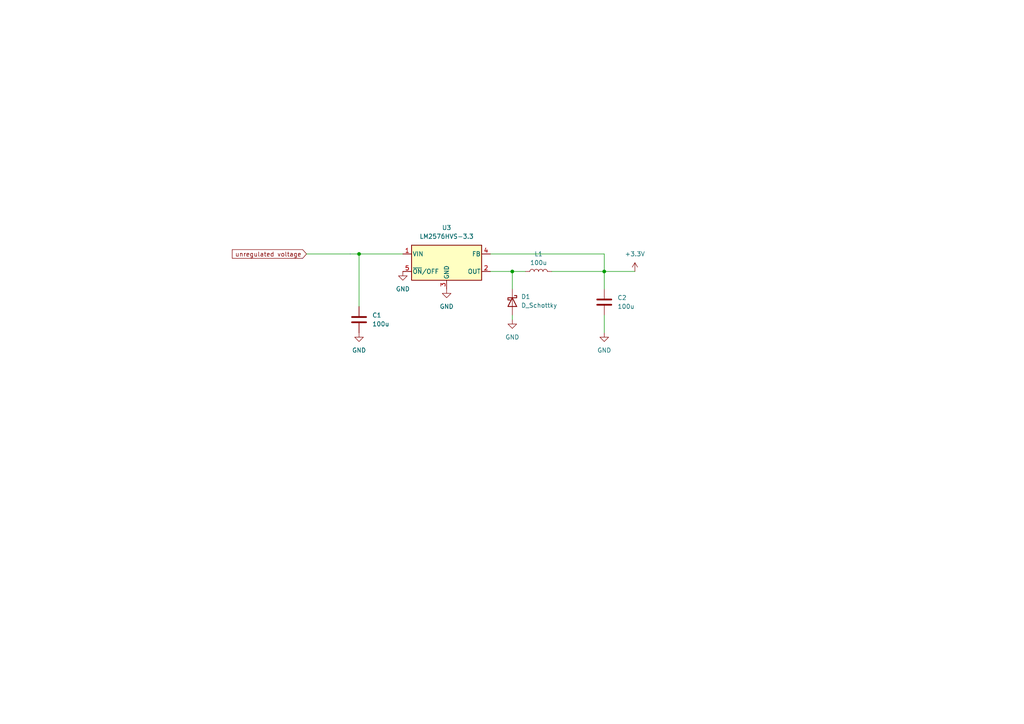
<source format=kicad_sch>
(kicad_sch (version 20230121) (generator eeschema)

  (uuid 27cb0b4c-07a9-44b2-ab0f-73cd85f8446c)

  (paper "A4")

  (lib_symbols
    (symbol "Device:C" (pin_numbers hide) (pin_names (offset 0.254)) (in_bom yes) (on_board yes)
      (property "Reference" "C" (at 0.635 2.54 0)
        (effects (font (size 1.27 1.27)) (justify left))
      )
      (property "Value" "C" (at 0.635 -2.54 0)
        (effects (font (size 1.27 1.27)) (justify left))
      )
      (property "Footprint" "" (at 0.9652 -3.81 0)
        (effects (font (size 1.27 1.27)) hide)
      )
      (property "Datasheet" "~" (at 0 0 0)
        (effects (font (size 1.27 1.27)) hide)
      )
      (property "ki_keywords" "cap capacitor" (at 0 0 0)
        (effects (font (size 1.27 1.27)) hide)
      )
      (property "ki_description" "Unpolarized capacitor" (at 0 0 0)
        (effects (font (size 1.27 1.27)) hide)
      )
      (property "ki_fp_filters" "C_*" (at 0 0 0)
        (effects (font (size 1.27 1.27)) hide)
      )
      (symbol "C_0_1"
        (polyline
          (pts
            (xy -2.032 -0.762)
            (xy 2.032 -0.762)
          )
          (stroke (width 0.508) (type default))
          (fill (type none))
        )
        (polyline
          (pts
            (xy -2.032 0.762)
            (xy 2.032 0.762)
          )
          (stroke (width 0.508) (type default))
          (fill (type none))
        )
      )
      (symbol "C_1_1"
        (pin passive line (at 0 3.81 270) (length 2.794)
          (name "~" (effects (font (size 1.27 1.27))))
          (number "1" (effects (font (size 1.27 1.27))))
        )
        (pin passive line (at 0 -3.81 90) (length 2.794)
          (name "~" (effects (font (size 1.27 1.27))))
          (number "2" (effects (font (size 1.27 1.27))))
        )
      )
    )
    (symbol "Device:D_Schottky" (pin_numbers hide) (pin_names (offset 1.016) hide) (in_bom yes) (on_board yes)
      (property "Reference" "D" (at 0 2.54 0)
        (effects (font (size 1.27 1.27)))
      )
      (property "Value" "D_Schottky" (at 0 -2.54 0)
        (effects (font (size 1.27 1.27)))
      )
      (property "Footprint" "" (at 0 0 0)
        (effects (font (size 1.27 1.27)) hide)
      )
      (property "Datasheet" "~" (at 0 0 0)
        (effects (font (size 1.27 1.27)) hide)
      )
      (property "ki_keywords" "diode Schottky" (at 0 0 0)
        (effects (font (size 1.27 1.27)) hide)
      )
      (property "ki_description" "Schottky diode" (at 0 0 0)
        (effects (font (size 1.27 1.27)) hide)
      )
      (property "ki_fp_filters" "TO-???* *_Diode_* *SingleDiode* D_*" (at 0 0 0)
        (effects (font (size 1.27 1.27)) hide)
      )
      (symbol "D_Schottky_0_1"
        (polyline
          (pts
            (xy 1.27 0)
            (xy -1.27 0)
          )
          (stroke (width 0) (type default))
          (fill (type none))
        )
        (polyline
          (pts
            (xy 1.27 1.27)
            (xy 1.27 -1.27)
            (xy -1.27 0)
            (xy 1.27 1.27)
          )
          (stroke (width 0.254) (type default))
          (fill (type none))
        )
        (polyline
          (pts
            (xy -1.905 0.635)
            (xy -1.905 1.27)
            (xy -1.27 1.27)
            (xy -1.27 -1.27)
            (xy -0.635 -1.27)
            (xy -0.635 -0.635)
          )
          (stroke (width 0.254) (type default))
          (fill (type none))
        )
      )
      (symbol "D_Schottky_1_1"
        (pin passive line (at -3.81 0 0) (length 2.54)
          (name "K" (effects (font (size 1.27 1.27))))
          (number "1" (effects (font (size 1.27 1.27))))
        )
        (pin passive line (at 3.81 0 180) (length 2.54)
          (name "A" (effects (font (size 1.27 1.27))))
          (number "2" (effects (font (size 1.27 1.27))))
        )
      )
    )
    (symbol "Device:L" (pin_numbers hide) (pin_names (offset 1.016) hide) (in_bom yes) (on_board yes)
      (property "Reference" "L" (at -1.27 0 90)
        (effects (font (size 1.27 1.27)))
      )
      (property "Value" "L" (at 1.905 0 90)
        (effects (font (size 1.27 1.27)))
      )
      (property "Footprint" "" (at 0 0 0)
        (effects (font (size 1.27 1.27)) hide)
      )
      (property "Datasheet" "~" (at 0 0 0)
        (effects (font (size 1.27 1.27)) hide)
      )
      (property "ki_keywords" "inductor choke coil reactor magnetic" (at 0 0 0)
        (effects (font (size 1.27 1.27)) hide)
      )
      (property "ki_description" "Inductor" (at 0 0 0)
        (effects (font (size 1.27 1.27)) hide)
      )
      (property "ki_fp_filters" "Choke_* *Coil* Inductor_* L_*" (at 0 0 0)
        (effects (font (size 1.27 1.27)) hide)
      )
      (symbol "L_0_1"
        (arc (start 0 -2.54) (mid 0.6323 -1.905) (end 0 -1.27)
          (stroke (width 0) (type default))
          (fill (type none))
        )
        (arc (start 0 -1.27) (mid 0.6323 -0.635) (end 0 0)
          (stroke (width 0) (type default))
          (fill (type none))
        )
        (arc (start 0 0) (mid 0.6323 0.635) (end 0 1.27)
          (stroke (width 0) (type default))
          (fill (type none))
        )
        (arc (start 0 1.27) (mid 0.6323 1.905) (end 0 2.54)
          (stroke (width 0) (type default))
          (fill (type none))
        )
      )
      (symbol "L_1_1"
        (pin passive line (at 0 3.81 270) (length 1.27)
          (name "1" (effects (font (size 1.27 1.27))))
          (number "1" (effects (font (size 1.27 1.27))))
        )
        (pin passive line (at 0 -3.81 90) (length 1.27)
          (name "2" (effects (font (size 1.27 1.27))))
          (number "2" (effects (font (size 1.27 1.27))))
        )
      )
    )
    (symbol "Regulator_Switching:LM2576HVS-3.3" (pin_names (offset 0.254)) (in_bom yes) (on_board yes)
      (property "Reference" "U" (at -10.16 6.35 0)
        (effects (font (size 1.27 1.27)) (justify left))
      )
      (property "Value" "LM2576HVS-3.3" (at 0 6.35 0)
        (effects (font (size 1.27 1.27)) (justify left))
      )
      (property "Footprint" "Package_TO_SOT_SMD:TO-263-5_TabPin3" (at 0 -6.35 0)
        (effects (font (size 1.27 1.27) italic) (justify left) hide)
      )
      (property "Datasheet" "http://www.ti.com/lit/ds/symlink/lm2576.pdf" (at 0 0 0)
        (effects (font (size 1.27 1.27)) hide)
      )
      (property "ki_keywords" "Step-Down Voltage Regulator 3.3V 3A High Voltage" (at 0 0 0)
        (effects (font (size 1.27 1.27)) hide)
      )
      (property "ki_description" "3.3V, 3A, SIMPLE SWITCHER® Step-Down Voltage Regulator, High Voltage Input, TO-263" (at 0 0 0)
        (effects (font (size 1.27 1.27)) hide)
      )
      (property "ki_fp_filters" "TO?263*" (at 0 0 0)
        (effects (font (size 1.27 1.27)) hide)
      )
      (symbol "LM2576HVS-3.3_0_1"
        (rectangle (start -10.16 5.08) (end 10.16 -5.08)
          (stroke (width 0.254) (type default))
          (fill (type background))
        )
      )
      (symbol "LM2576HVS-3.3_1_1"
        (pin power_in line (at -12.7 2.54 0) (length 2.54)
          (name "VIN" (effects (font (size 1.27 1.27))))
          (number "1" (effects (font (size 1.27 1.27))))
        )
        (pin output line (at 12.7 -2.54 180) (length 2.54)
          (name "OUT" (effects (font (size 1.27 1.27))))
          (number "2" (effects (font (size 1.27 1.27))))
        )
        (pin power_in line (at 0 -7.62 90) (length 2.54)
          (name "GND" (effects (font (size 1.27 1.27))))
          (number "3" (effects (font (size 1.27 1.27))))
        )
        (pin input line (at 12.7 2.54 180) (length 2.54)
          (name "FB" (effects (font (size 1.27 1.27))))
          (number "4" (effects (font (size 1.27 1.27))))
        )
        (pin input line (at -12.7 -2.54 0) (length 2.54)
          (name "~{ON}/OFF" (effects (font (size 1.27 1.27))))
          (number "5" (effects (font (size 1.27 1.27))))
        )
      )
    )
    (symbol "power:+3.3V" (power) (pin_names (offset 0)) (in_bom yes) (on_board yes)
      (property "Reference" "#PWR" (at 0 -3.81 0)
        (effects (font (size 1.27 1.27)) hide)
      )
      (property "Value" "+3.3V" (at 0 3.556 0)
        (effects (font (size 1.27 1.27)))
      )
      (property "Footprint" "" (at 0 0 0)
        (effects (font (size 1.27 1.27)) hide)
      )
      (property "Datasheet" "" (at 0 0 0)
        (effects (font (size 1.27 1.27)) hide)
      )
      (property "ki_keywords" "global power" (at 0 0 0)
        (effects (font (size 1.27 1.27)) hide)
      )
      (property "ki_description" "Power symbol creates a global label with name \"+3.3V\"" (at 0 0 0)
        (effects (font (size 1.27 1.27)) hide)
      )
      (symbol "+3.3V_0_1"
        (polyline
          (pts
            (xy -0.762 1.27)
            (xy 0 2.54)
          )
          (stroke (width 0) (type default))
          (fill (type none))
        )
        (polyline
          (pts
            (xy 0 0)
            (xy 0 2.54)
          )
          (stroke (width 0) (type default))
          (fill (type none))
        )
        (polyline
          (pts
            (xy 0 2.54)
            (xy 0.762 1.27)
          )
          (stroke (width 0) (type default))
          (fill (type none))
        )
      )
      (symbol "+3.3V_1_1"
        (pin power_in line (at 0 0 90) (length 0) hide
          (name "+3.3V" (effects (font (size 1.27 1.27))))
          (number "1" (effects (font (size 1.27 1.27))))
        )
      )
    )
    (symbol "power:GND" (power) (pin_names (offset 0)) (in_bom yes) (on_board yes)
      (property "Reference" "#PWR" (at 0 -6.35 0)
        (effects (font (size 1.27 1.27)) hide)
      )
      (property "Value" "GND" (at 0 -3.81 0)
        (effects (font (size 1.27 1.27)))
      )
      (property "Footprint" "" (at 0 0 0)
        (effects (font (size 1.27 1.27)) hide)
      )
      (property "Datasheet" "" (at 0 0 0)
        (effects (font (size 1.27 1.27)) hide)
      )
      (property "ki_keywords" "global power" (at 0 0 0)
        (effects (font (size 1.27 1.27)) hide)
      )
      (property "ki_description" "Power symbol creates a global label with name \"GND\" , ground" (at 0 0 0)
        (effects (font (size 1.27 1.27)) hide)
      )
      (symbol "GND_0_1"
        (polyline
          (pts
            (xy 0 0)
            (xy 0 -1.27)
            (xy 1.27 -1.27)
            (xy 0 -2.54)
            (xy -1.27 -1.27)
            (xy 0 -1.27)
          )
          (stroke (width 0) (type default))
          (fill (type none))
        )
      )
      (symbol "GND_1_1"
        (pin power_in line (at 0 0 270) (length 0) hide
          (name "GND" (effects (font (size 1.27 1.27))))
          (number "1" (effects (font (size 1.27 1.27))))
        )
      )
    )
  )

  (junction (at 104.14 73.66) (diameter 0) (color 0 0 0 0)
    (uuid 9dc7fc27-e60e-4465-adda-ac633f6e75af)
  )
  (junction (at 175.26 78.74) (diameter 0) (color 0 0 0 0)
    (uuid d6c59559-52ab-4b48-a9a7-9f54e88aaae7)
  )
  (junction (at 148.59 78.74) (diameter 0) (color 0 0 0 0)
    (uuid eb9f4131-a1a1-4733-aae8-8d4acabcdd55)
  )

  (wire (pts (xy 148.59 91.44) (xy 148.59 92.71))
    (stroke (width 0) (type default))
    (uuid 0c4a2c65-c7ff-4972-bdd3-de6c926a30d4)
  )
  (wire (pts (xy 175.26 78.74) (xy 184.15 78.74))
    (stroke (width 0) (type default))
    (uuid 1798ccbf-b80f-4d25-8fbd-1a0cf367a962)
  )
  (wire (pts (xy 88.9 73.66) (xy 104.14 73.66))
    (stroke (width 0) (type default))
    (uuid 34d63aa6-c155-4fe8-a909-3e5d91b45d57)
  )
  (wire (pts (xy 148.59 78.74) (xy 148.59 83.82))
    (stroke (width 0) (type default))
    (uuid 34d851a6-342d-49dc-93bf-46288c109d2f)
  )
  (wire (pts (xy 175.26 91.44) (xy 175.26 96.52))
    (stroke (width 0) (type default))
    (uuid 397a4032-3a45-4890-9500-19ae9faee81e)
  )
  (wire (pts (xy 160.02 78.74) (xy 175.26 78.74))
    (stroke (width 0) (type default))
    (uuid 40fe2111-04b5-4c46-bf90-86d3a0ebaddd)
  )
  (wire (pts (xy 148.59 78.74) (xy 152.4 78.74))
    (stroke (width 0) (type default))
    (uuid 66562a26-853f-4eb6-9356-dfec92b03f53)
  )
  (wire (pts (xy 116.84 73.66) (xy 104.14 73.66))
    (stroke (width 0) (type default))
    (uuid 8c230ffd-760e-4141-af79-286faa9dd11d)
  )
  (wire (pts (xy 142.24 73.66) (xy 175.26 73.66))
    (stroke (width 0) (type default))
    (uuid 9c742f45-2b86-4cd2-ac00-5f5556690f37)
  )
  (wire (pts (xy 142.24 78.74) (xy 148.59 78.74))
    (stroke (width 0) (type default))
    (uuid a2e18ef7-df15-49a8-b74e-f5e2509ac88b)
  )
  (wire (pts (xy 104.14 73.66) (xy 104.14 88.9))
    (stroke (width 0) (type default))
    (uuid b9bf41eb-5df6-4042-bc9b-4389fc98f496)
  )
  (wire (pts (xy 175.26 73.66) (xy 175.26 78.74))
    (stroke (width 0) (type default))
    (uuid c2bfe1f8-464b-4347-a78e-20de47851061)
  )
  (wire (pts (xy 175.26 78.74) (xy 175.26 83.82))
    (stroke (width 0) (type default))
    (uuid fc7ed460-1749-4168-b4fc-2c4001af7e76)
  )

  (rectangle (start 101.6 73.66) (end 101.6 73.66)
    (stroke (width 0) (type default))
    (fill (type none))
    (uuid 6e86769c-59c9-4a97-93cb-ecb0650e5a28)
  )
  (rectangle (start 87.63 74.93) (end 87.63 74.93)
    (stroke (width 0) (type default))
    (fill (type none))
    (uuid bb66233b-2200-4ef5-8ae4-16e4e19ec7f6)
  )

  (global_label "unregulated voltage" (shape input) (at 88.9 73.66 180) (fields_autoplaced)
    (effects (font (size 1.27 1.27)) (justify right))
    (uuid 5299212a-4f06-4638-972e-2b41c0391c86)
    (property "Intersheetrefs" "${INTERSHEET_REFS}" (at 66.8048 73.66 0)
      (effects (font (size 1.27 1.27)) (justify right) hide)
    )
  )

  (symbol (lib_id "power:GND") (at 148.59 92.71 0) (unit 1)
    (in_bom yes) (on_board yes) (dnp no) (fields_autoplaced)
    (uuid 38c73efd-3384-427a-931c-2755a0e9ab5e)
    (property "Reference" "#PWR04" (at 148.59 99.06 0)
      (effects (font (size 1.27 1.27)) hide)
    )
    (property "Value" "GND" (at 148.59 97.79 0)
      (effects (font (size 1.27 1.27)))
    )
    (property "Footprint" "" (at 148.59 92.71 0)
      (effects (font (size 1.27 1.27)) hide)
    )
    (property "Datasheet" "" (at 148.59 92.71 0)
      (effects (font (size 1.27 1.27)) hide)
    )
    (pin "1" (uuid 0a40e8a7-b45a-44f3-a213-caf3f4cd0362))
    (instances
      (project "circuit-design-project"
        (path "/5edc11a2-8836-4620-96d3-084a4c3d792c"
          (reference "#PWR04") (unit 1)
        )
        (path "/5edc11a2-8836-4620-96d3-084a4c3d792c/13ee363c-eff5-4ae4-8f06-2d9a773c6347"
          (reference "#PWR047") (unit 1)
        )
      )
    )
  )

  (symbol (lib_id "Device:C") (at 104.14 92.71 0) (unit 1)
    (in_bom yes) (on_board yes) (dnp no) (fields_autoplaced)
    (uuid 5a2bef74-8356-4765-a062-aa8f33ad90dc)
    (property "Reference" "C1" (at 107.95 91.44 0)
      (effects (font (size 1.27 1.27)) (justify left))
    )
    (property "Value" "100u" (at 107.95 93.98 0)
      (effects (font (size 1.27 1.27)) (justify left))
    )
    (property "Footprint" "" (at 105.1052 96.52 0)
      (effects (font (size 1.27 1.27)) hide)
    )
    (property "Datasheet" "~" (at 104.14 92.71 0)
      (effects (font (size 1.27 1.27)) hide)
    )
    (pin "1" (uuid 09f1befe-664f-4118-ba0b-aca379405246))
    (pin "2" (uuid eefa0cd7-18df-4ef2-8a27-471398da83f3))
    (instances
      (project "circuit-design-project"
        (path "/5edc11a2-8836-4620-96d3-084a4c3d792c"
          (reference "C1") (unit 1)
        )
        (path "/5edc11a2-8836-4620-96d3-084a4c3d792c/13ee363c-eff5-4ae4-8f06-2d9a773c6347"
          (reference "C27") (unit 1)
        )
      )
    )
  )

  (symbol (lib_id "power:GND") (at 116.84 78.74 0) (unit 1)
    (in_bom yes) (on_board yes) (dnp no) (fields_autoplaced)
    (uuid 7940a3b3-163f-412f-88a0-c2eb3f73affa)
    (property "Reference" "#PWR02" (at 116.84 85.09 0)
      (effects (font (size 1.27 1.27)) hide)
    )
    (property "Value" "GND" (at 116.84 83.82 0)
      (effects (font (size 1.27 1.27)))
    )
    (property "Footprint" "" (at 116.84 78.74 0)
      (effects (font (size 1.27 1.27)) hide)
    )
    (property "Datasheet" "" (at 116.84 78.74 0)
      (effects (font (size 1.27 1.27)) hide)
    )
    (pin "1" (uuid 34be6492-1e0a-4729-bce2-4d5053f7862d))
    (instances
      (project "circuit-design-project"
        (path "/5edc11a2-8836-4620-96d3-084a4c3d792c"
          (reference "#PWR02") (unit 1)
        )
        (path "/5edc11a2-8836-4620-96d3-084a4c3d792c/13ee363c-eff5-4ae4-8f06-2d9a773c6347"
          (reference "#PWR045") (unit 1)
        )
      )
    )
  )

  (symbol (lib_id "power:+3.3V") (at 184.15 78.74 0) (unit 1)
    (in_bom yes) (on_board yes) (dnp no) (fields_autoplaced)
    (uuid 7d360443-b099-48cb-8508-65980ff188e9)
    (property "Reference" "#PWR057" (at 184.15 82.55 0)
      (effects (font (size 1.27 1.27)) hide)
    )
    (property "Value" "+3.3V" (at 184.15 73.66 0)
      (effects (font (size 1.27 1.27)))
    )
    (property "Footprint" "" (at 184.15 78.74 0)
      (effects (font (size 1.27 1.27)) hide)
    )
    (property "Datasheet" "" (at 184.15 78.74 0)
      (effects (font (size 1.27 1.27)) hide)
    )
    (pin "1" (uuid 5b31ce00-e7ab-4995-b9bd-bb871d1d2a5b))
    (instances
      (project "circuit-design-project"
        (path "/5edc11a2-8836-4620-96d3-084a4c3d792c/b7d01e90-2a10-446a-806b-ec4e10b7deac"
          (reference "#PWR057") (unit 1)
        )
        (path "/5edc11a2-8836-4620-96d3-084a4c3d792c/13ee363c-eff5-4ae4-8f06-2d9a773c6347"
          (reference "#PWR059") (unit 1)
        )
      )
    )
  )

  (symbol (lib_id "power:GND") (at 129.54 83.82 0) (unit 1)
    (in_bom yes) (on_board yes) (dnp no) (fields_autoplaced)
    (uuid afae86f2-ec6f-4054-979e-5847e5594a38)
    (property "Reference" "#PWR01" (at 129.54 90.17 0)
      (effects (font (size 1.27 1.27)) hide)
    )
    (property "Value" "GND" (at 129.54 88.9 0)
      (effects (font (size 1.27 1.27)))
    )
    (property "Footprint" "" (at 129.54 83.82 0)
      (effects (font (size 1.27 1.27)) hide)
    )
    (property "Datasheet" "" (at 129.54 83.82 0)
      (effects (font (size 1.27 1.27)) hide)
    )
    (pin "1" (uuid e333cc36-3237-4626-9b9c-f248884e990e))
    (instances
      (project "circuit-design-project"
        (path "/5edc11a2-8836-4620-96d3-084a4c3d792c"
          (reference "#PWR01") (unit 1)
        )
        (path "/5edc11a2-8836-4620-96d3-084a4c3d792c/13ee363c-eff5-4ae4-8f06-2d9a773c6347"
          (reference "#PWR046") (unit 1)
        )
      )
    )
  )

  (symbol (lib_id "power:GND") (at 175.26 96.52 0) (unit 1)
    (in_bom yes) (on_board yes) (dnp no) (fields_autoplaced)
    (uuid b1453b3b-a642-4323-9b14-bd3db3efb00a)
    (property "Reference" "#PWR05" (at 175.26 102.87 0)
      (effects (font (size 1.27 1.27)) hide)
    )
    (property "Value" "GND" (at 175.26 101.6 0)
      (effects (font (size 1.27 1.27)))
    )
    (property "Footprint" "" (at 175.26 96.52 0)
      (effects (font (size 1.27 1.27)) hide)
    )
    (property "Datasheet" "" (at 175.26 96.52 0)
      (effects (font (size 1.27 1.27)) hide)
    )
    (pin "1" (uuid 89312e22-d4da-4b02-8938-5059d1f6438e))
    (instances
      (project "circuit-design-project"
        (path "/5edc11a2-8836-4620-96d3-084a4c3d792c"
          (reference "#PWR05") (unit 1)
        )
        (path "/5edc11a2-8836-4620-96d3-084a4c3d792c/13ee363c-eff5-4ae4-8f06-2d9a773c6347"
          (reference "#PWR048") (unit 1)
        )
      )
    )
  )

  (symbol (lib_id "Device:C") (at 175.26 87.63 0) (unit 1)
    (in_bom yes) (on_board yes) (dnp no) (fields_autoplaced)
    (uuid beba0cea-3ee2-4097-bff9-72b540724491)
    (property "Reference" "C2" (at 179.07 86.36 0)
      (effects (font (size 1.27 1.27)) (justify left))
    )
    (property "Value" "100u" (at 179.07 88.9 0)
      (effects (font (size 1.27 1.27)) (justify left))
    )
    (property "Footprint" "" (at 176.2252 91.44 0)
      (effects (font (size 1.27 1.27)) hide)
    )
    (property "Datasheet" "~" (at 175.26 87.63 0)
      (effects (font (size 1.27 1.27)) hide)
    )
    (pin "2" (uuid 0b5c12c9-af07-42d7-96b4-35a6c82d0be5))
    (pin "1" (uuid dbbd4e40-6556-46e4-8290-3ec31d39416c))
    (instances
      (project "circuit-design-project"
        (path "/5edc11a2-8836-4620-96d3-084a4c3d792c"
          (reference "C2") (unit 1)
        )
        (path "/5edc11a2-8836-4620-96d3-084a4c3d792c/13ee363c-eff5-4ae4-8f06-2d9a773c6347"
          (reference "C28") (unit 1)
        )
      )
    )
  )

  (symbol (lib_id "Device:D_Schottky") (at 148.59 87.63 270) (unit 1)
    (in_bom yes) (on_board yes) (dnp no) (fields_autoplaced)
    (uuid df028b42-b05f-40a3-8d68-30572040766f)
    (property "Reference" "D1" (at 151.13 86.0425 90)
      (effects (font (size 1.27 1.27)) (justify left))
    )
    (property "Value" "D_Schottky" (at 151.13 88.5825 90)
      (effects (font (size 1.27 1.27)) (justify left))
    )
    (property "Footprint" "" (at 148.59 87.63 0)
      (effects (font (size 1.27 1.27)) hide)
    )
    (property "Datasheet" "~" (at 148.59 87.63 0)
      (effects (font (size 1.27 1.27)) hide)
    )
    (pin "2" (uuid 6e959c79-de25-4914-bedf-b40640ae778b))
    (pin "1" (uuid c9c9dc3e-a9b7-47c7-9a57-6eabd146a597))
    (instances
      (project "circuit-design-project"
        (path "/5edc11a2-8836-4620-96d3-084a4c3d792c"
          (reference "D1") (unit 1)
        )
        (path "/5edc11a2-8836-4620-96d3-084a4c3d792c/13ee363c-eff5-4ae4-8f06-2d9a773c6347"
          (reference "D2") (unit 1)
        )
      )
    )
  )

  (symbol (lib_id "Regulator_Switching:LM2576HVS-3.3") (at 129.54 76.2 0) (unit 1)
    (in_bom yes) (on_board yes) (dnp no) (fields_autoplaced)
    (uuid fc483be1-f715-4ee4-9441-d9313fe15204)
    (property "Reference" "U3" (at 129.54 66.04 0)
      (effects (font (size 1.27 1.27)))
    )
    (property "Value" "LM2576HVS-3.3" (at 129.54 68.58 0)
      (effects (font (size 1.27 1.27)))
    )
    (property "Footprint" "Package_TO_SOT_SMD:TO-263-5_TabPin3" (at 129.54 82.55 0)
      (effects (font (size 1.27 1.27) italic) (justify left) hide)
    )
    (property "Datasheet" "http://www.ti.com/lit/ds/symlink/lm2576.pdf" (at 129.54 76.2 0)
      (effects (font (size 1.27 1.27)) hide)
    )
    (pin "5" (uuid 52097f90-6f47-4ab8-bd52-b9c764e5db79))
    (pin "4" (uuid 92489752-cb6e-4e21-a360-ced7bdb776f7))
    (pin "3" (uuid 6bbd7b54-df6a-4119-8712-ba35c86dbbde))
    (pin "1" (uuid c6a023b3-9d6b-4a3b-baa2-6ce19c8c6811))
    (pin "2" (uuid 2d4dbeb3-84fc-48af-9945-635469cfeab6))
    (instances
      (project "circuit-design-project"
        (path "/5edc11a2-8836-4620-96d3-084a4c3d792c"
          (reference "U3") (unit 1)
        )
        (path "/5edc11a2-8836-4620-96d3-084a4c3d792c/13ee363c-eff5-4ae4-8f06-2d9a773c6347"
          (reference "U12") (unit 1)
        )
      )
    )
  )

  (symbol (lib_id "Device:L") (at 156.21 78.74 90) (unit 1)
    (in_bom yes) (on_board yes) (dnp no) (fields_autoplaced)
    (uuid fe1103bc-610c-44b5-8290-5d323c94e370)
    (property "Reference" "L1" (at 156.21 73.66 90)
      (effects (font (size 1.27 1.27)))
    )
    (property "Value" "100u" (at 156.21 76.2 90)
      (effects (font (size 1.27 1.27)))
    )
    (property "Footprint" "" (at 156.21 78.74 0)
      (effects (font (size 1.27 1.27)) hide)
    )
    (property "Datasheet" "~" (at 156.21 78.74 0)
      (effects (font (size 1.27 1.27)) hide)
    )
    (pin "1" (uuid f6eca215-570b-48e6-9167-6f1fd4f3f141))
    (pin "2" (uuid a1ac0ccd-22dc-49e1-95e3-250c47dec7a9))
    (instances
      (project "circuit-design-project"
        (path "/5edc11a2-8836-4620-96d3-084a4c3d792c"
          (reference "L1") (unit 1)
        )
        (path "/5edc11a2-8836-4620-96d3-084a4c3d792c/13ee363c-eff5-4ae4-8f06-2d9a773c6347"
          (reference "L8") (unit 1)
        )
      )
    )
  )

  (symbol (lib_id "power:GND") (at 104.14 96.52 0) (unit 1)
    (in_bom yes) (on_board yes) (dnp no) (fields_autoplaced)
    (uuid ff9136c0-aab5-4a65-8d99-96bec3d0ca58)
    (property "Reference" "#PWR03" (at 104.14 102.87 0)
      (effects (font (size 1.27 1.27)) hide)
    )
    (property "Value" "GND" (at 104.14 101.6 0)
      (effects (font (size 1.27 1.27)))
    )
    (property "Footprint" "" (at 104.14 96.52 0)
      (effects (font (size 1.27 1.27)) hide)
    )
    (property "Datasheet" "" (at 104.14 96.52 0)
      (effects (font (size 1.27 1.27)) hide)
    )
    (pin "1" (uuid 753c564d-4191-4938-903d-939c46c8a644))
    (instances
      (project "circuit-design-project"
        (path "/5edc11a2-8836-4620-96d3-084a4c3d792c"
          (reference "#PWR03") (unit 1)
        )
        (path "/5edc11a2-8836-4620-96d3-084a4c3d792c/13ee363c-eff5-4ae4-8f06-2d9a773c6347"
          (reference "#PWR044") (unit 1)
        )
      )
    )
  )
)

</source>
